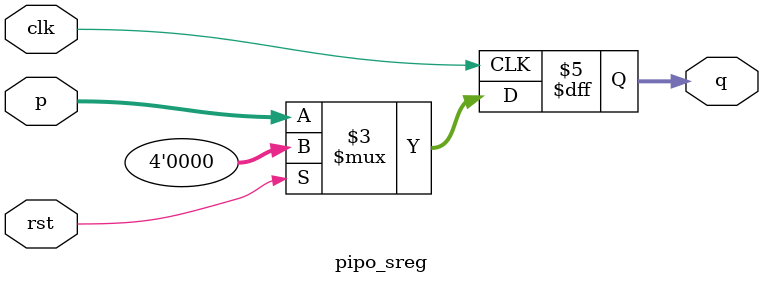
<source format=v>
`timescale 1ns / 1ps
module pipo_sreg #(parameter s_reg_bit = 4) (input [s_reg_bit-1:0] p, input rst, input clk, output reg [s_reg_bit-1:0]q);
always @ (posedge clk) begin
if (rst) q=0;
else q [s_reg_bit-1:0] <= p [s_reg_bit-1:0];
end
endmodule

</source>
